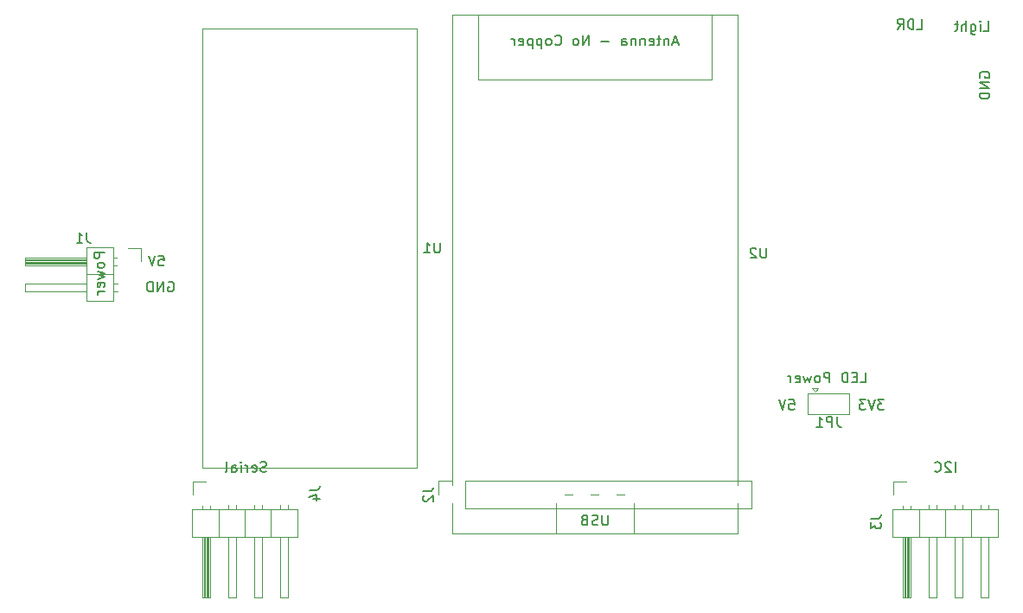
<source format=gbo>
%TF.GenerationSoftware,KiCad,Pcbnew,5.99.0+really5.1.10+dfsg1-1*%
%TF.CreationDate,2022-02-16T20:05:08+00:00*%
%TF.ProjectId,lcd,6c63642e-6b69-4636-9164-5f7063625858,rev?*%
%TF.SameCoordinates,Original*%
%TF.FileFunction,Legend,Bot*%
%TF.FilePolarity,Positive*%
%FSLAX46Y46*%
G04 Gerber Fmt 4.6, Leading zero omitted, Abs format (unit mm)*
G04 Created by KiCad (PCBNEW 5.99.0+really5.1.10+dfsg1-1) date 2022-02-16 20:05:08*
%MOMM*%
%LPD*%
G01*
G04 APERTURE LIST*
%ADD10C,0.150000*%
%ADD11C,0.120000*%
%ADD12C,1.500000*%
%ADD13C,1.524000*%
%ADD14C,0.800000*%
%ADD15C,6.400000*%
%ADD16R,1.700000X1.700000*%
%ADD17O,1.700000X1.700000*%
%ADD18R,1.000000X1.500000*%
G04 APERTURE END LIST*
D10*
X112600000Y-31538095D02*
X112552380Y-31442857D01*
X112552380Y-31300000D01*
X112600000Y-31157142D01*
X112695238Y-31061904D01*
X112790476Y-31014285D01*
X112980952Y-30966666D01*
X113123809Y-30966666D01*
X113314285Y-31014285D01*
X113409523Y-31061904D01*
X113504761Y-31157142D01*
X113552380Y-31300000D01*
X113552380Y-31395238D01*
X113504761Y-31538095D01*
X113457142Y-31585714D01*
X113123809Y-31585714D01*
X113123809Y-31395238D01*
X113552380Y-32014285D02*
X112552380Y-32014285D01*
X113552380Y-32585714D01*
X112552380Y-32585714D01*
X113552380Y-33061904D02*
X112552380Y-33061904D01*
X112552380Y-33300000D01*
X112600000Y-33442857D01*
X112695238Y-33538095D01*
X112790476Y-33585714D01*
X112980952Y-33633333D01*
X113123809Y-33633333D01*
X113314285Y-33585714D01*
X113409523Y-33538095D01*
X113504761Y-33442857D01*
X113552380Y-33300000D01*
X113552380Y-33061904D01*
X106440476Y-26802380D02*
X106916666Y-26802380D01*
X106916666Y-25802380D01*
X106107142Y-26802380D02*
X106107142Y-25802380D01*
X105869047Y-25802380D01*
X105726190Y-25850000D01*
X105630952Y-25945238D01*
X105583333Y-26040476D01*
X105535714Y-26230952D01*
X105535714Y-26373809D01*
X105583333Y-26564285D01*
X105630952Y-26659523D01*
X105726190Y-26754761D01*
X105869047Y-26802380D01*
X106107142Y-26802380D01*
X104535714Y-26802380D02*
X104869047Y-26326190D01*
X105107142Y-26802380D02*
X105107142Y-25802380D01*
X104726190Y-25802380D01*
X104630952Y-25850000D01*
X104583333Y-25897619D01*
X104535714Y-25992857D01*
X104535714Y-26135714D01*
X104583333Y-26230952D01*
X104630952Y-26278571D01*
X104726190Y-26326190D01*
X105107142Y-26326190D01*
X112969047Y-27002380D02*
X113445238Y-27002380D01*
X113445238Y-26002380D01*
X112635714Y-27002380D02*
X112635714Y-26335714D01*
X112635714Y-26002380D02*
X112683333Y-26050000D01*
X112635714Y-26097619D01*
X112588095Y-26050000D01*
X112635714Y-26002380D01*
X112635714Y-26097619D01*
X111730952Y-26335714D02*
X111730952Y-27145238D01*
X111778571Y-27240476D01*
X111826190Y-27288095D01*
X111921428Y-27335714D01*
X112064285Y-27335714D01*
X112159523Y-27288095D01*
X111730952Y-26954761D02*
X111826190Y-27002380D01*
X112016666Y-27002380D01*
X112111904Y-26954761D01*
X112159523Y-26907142D01*
X112207142Y-26811904D01*
X112207142Y-26526190D01*
X112159523Y-26430952D01*
X112111904Y-26383333D01*
X112016666Y-26335714D01*
X111826190Y-26335714D01*
X111730952Y-26383333D01*
X111254761Y-27002380D02*
X111254761Y-26002380D01*
X110826190Y-27002380D02*
X110826190Y-26478571D01*
X110873809Y-26383333D01*
X110969047Y-26335714D01*
X111111904Y-26335714D01*
X111207142Y-26383333D01*
X111254761Y-26430952D01*
X110492857Y-26335714D02*
X110111904Y-26335714D01*
X110350000Y-26002380D02*
X110350000Y-26859523D01*
X110302380Y-26954761D01*
X110207142Y-27002380D01*
X110111904Y-27002380D01*
X103219095Y-63079380D02*
X102600047Y-63079380D01*
X102933380Y-63460333D01*
X102790523Y-63460333D01*
X102695285Y-63507952D01*
X102647666Y-63555571D01*
X102600047Y-63650809D01*
X102600047Y-63888904D01*
X102647666Y-63984142D01*
X102695285Y-64031761D01*
X102790523Y-64079380D01*
X103076238Y-64079380D01*
X103171476Y-64031761D01*
X103219095Y-63984142D01*
X102314333Y-63079380D02*
X101981000Y-64079380D01*
X101647666Y-63079380D01*
X101409571Y-63079380D02*
X100790523Y-63079380D01*
X101123857Y-63460333D01*
X100981000Y-63460333D01*
X100885761Y-63507952D01*
X100838142Y-63555571D01*
X100790523Y-63650809D01*
X100790523Y-63888904D01*
X100838142Y-63984142D01*
X100885761Y-64031761D01*
X100981000Y-64079380D01*
X101266714Y-64079380D01*
X101361952Y-64031761D01*
X101409571Y-63984142D01*
X93916476Y-63079380D02*
X94392666Y-63079380D01*
X94440285Y-63555571D01*
X94392666Y-63507952D01*
X94297428Y-63460333D01*
X94059333Y-63460333D01*
X93964095Y-63507952D01*
X93916476Y-63555571D01*
X93868857Y-63650809D01*
X93868857Y-63888904D01*
X93916476Y-63984142D01*
X93964095Y-64031761D01*
X94059333Y-64079380D01*
X94297428Y-64079380D01*
X94392666Y-64031761D01*
X94440285Y-63984142D01*
X93583142Y-63079380D02*
X93249809Y-64079380D01*
X92916476Y-63079380D01*
X100901095Y-61412380D02*
X101377285Y-61412380D01*
X101377285Y-60412380D01*
X100567761Y-60888571D02*
X100234428Y-60888571D01*
X100091571Y-61412380D02*
X100567761Y-61412380D01*
X100567761Y-60412380D01*
X100091571Y-60412380D01*
X99663000Y-61412380D02*
X99663000Y-60412380D01*
X99424904Y-60412380D01*
X99282047Y-60460000D01*
X99186809Y-60555238D01*
X99139190Y-60650476D01*
X99091571Y-60840952D01*
X99091571Y-60983809D01*
X99139190Y-61174285D01*
X99186809Y-61269523D01*
X99282047Y-61364761D01*
X99424904Y-61412380D01*
X99663000Y-61412380D01*
X97901095Y-61412380D02*
X97901095Y-60412380D01*
X97520142Y-60412380D01*
X97424904Y-60460000D01*
X97377285Y-60507619D01*
X97329666Y-60602857D01*
X97329666Y-60745714D01*
X97377285Y-60840952D01*
X97424904Y-60888571D01*
X97520142Y-60936190D01*
X97901095Y-60936190D01*
X96758238Y-61412380D02*
X96853476Y-61364761D01*
X96901095Y-61317142D01*
X96948714Y-61221904D01*
X96948714Y-60936190D01*
X96901095Y-60840952D01*
X96853476Y-60793333D01*
X96758238Y-60745714D01*
X96615380Y-60745714D01*
X96520142Y-60793333D01*
X96472523Y-60840952D01*
X96424904Y-60936190D01*
X96424904Y-61221904D01*
X96472523Y-61317142D01*
X96520142Y-61364761D01*
X96615380Y-61412380D01*
X96758238Y-61412380D01*
X96091571Y-60745714D02*
X95901095Y-61412380D01*
X95710619Y-60936190D01*
X95520142Y-61412380D01*
X95329666Y-60745714D01*
X94567761Y-61364761D02*
X94663000Y-61412380D01*
X94853476Y-61412380D01*
X94948714Y-61364761D01*
X94996333Y-61269523D01*
X94996333Y-60888571D01*
X94948714Y-60793333D01*
X94853476Y-60745714D01*
X94663000Y-60745714D01*
X94567761Y-60793333D01*
X94520142Y-60888571D01*
X94520142Y-60983809D01*
X94996333Y-61079047D01*
X94091571Y-61412380D02*
X94091571Y-60745714D01*
X94091571Y-60936190D02*
X94043952Y-60840952D01*
X93996333Y-60793333D01*
X93901095Y-60745714D01*
X93805857Y-60745714D01*
X42743190Y-70127761D02*
X42600333Y-70175380D01*
X42362238Y-70175380D01*
X42267000Y-70127761D01*
X42219380Y-70080142D01*
X42171761Y-69984904D01*
X42171761Y-69889666D01*
X42219380Y-69794428D01*
X42267000Y-69746809D01*
X42362238Y-69699190D01*
X42552714Y-69651571D01*
X42647952Y-69603952D01*
X42695571Y-69556333D01*
X42743190Y-69461095D01*
X42743190Y-69365857D01*
X42695571Y-69270619D01*
X42647952Y-69223000D01*
X42552714Y-69175380D01*
X42314619Y-69175380D01*
X42171761Y-69223000D01*
X41362238Y-70127761D02*
X41457476Y-70175380D01*
X41647952Y-70175380D01*
X41743190Y-70127761D01*
X41790809Y-70032523D01*
X41790809Y-69651571D01*
X41743190Y-69556333D01*
X41647952Y-69508714D01*
X41457476Y-69508714D01*
X41362238Y-69556333D01*
X41314619Y-69651571D01*
X41314619Y-69746809D01*
X41790809Y-69842047D01*
X40886047Y-70175380D02*
X40886047Y-69508714D01*
X40886047Y-69699190D02*
X40838428Y-69603952D01*
X40790809Y-69556333D01*
X40695571Y-69508714D01*
X40600333Y-69508714D01*
X40267000Y-70175380D02*
X40267000Y-69508714D01*
X40267000Y-69175380D02*
X40314619Y-69223000D01*
X40267000Y-69270619D01*
X40219380Y-69223000D01*
X40267000Y-69175380D01*
X40267000Y-69270619D01*
X39362238Y-70175380D02*
X39362238Y-69651571D01*
X39409857Y-69556333D01*
X39505095Y-69508714D01*
X39695571Y-69508714D01*
X39790809Y-69556333D01*
X39362238Y-70127761D02*
X39457476Y-70175380D01*
X39695571Y-70175380D01*
X39790809Y-70127761D01*
X39838428Y-70032523D01*
X39838428Y-69937285D01*
X39790809Y-69842047D01*
X39695571Y-69794428D01*
X39457476Y-69794428D01*
X39362238Y-69746809D01*
X38743190Y-70175380D02*
X38838428Y-70127761D01*
X38886047Y-70032523D01*
X38886047Y-69175380D01*
X110196190Y-70175380D02*
X110196190Y-69175380D01*
X109767619Y-69270619D02*
X109720000Y-69223000D01*
X109624761Y-69175380D01*
X109386666Y-69175380D01*
X109291428Y-69223000D01*
X109243809Y-69270619D01*
X109196190Y-69365857D01*
X109196190Y-69461095D01*
X109243809Y-69603952D01*
X109815238Y-70175380D01*
X109196190Y-70175380D01*
X108196190Y-70080142D02*
X108243809Y-70127761D01*
X108386666Y-70175380D01*
X108481904Y-70175380D01*
X108624761Y-70127761D01*
X108720000Y-70032523D01*
X108767619Y-69937285D01*
X108815238Y-69746809D01*
X108815238Y-69603952D01*
X108767619Y-69413476D01*
X108720000Y-69318238D01*
X108624761Y-69223000D01*
X108481904Y-69175380D01*
X108386666Y-69175380D01*
X108243809Y-69223000D01*
X108196190Y-69270619D01*
X26868380Y-48696809D02*
X25868380Y-48696809D01*
X25868380Y-49077761D01*
X25916000Y-49173000D01*
X25963619Y-49220619D01*
X26058857Y-49268238D01*
X26201714Y-49268238D01*
X26296952Y-49220619D01*
X26344571Y-49173000D01*
X26392190Y-49077761D01*
X26392190Y-48696809D01*
X26868380Y-49839666D02*
X26820761Y-49744428D01*
X26773142Y-49696809D01*
X26677904Y-49649190D01*
X26392190Y-49649190D01*
X26296952Y-49696809D01*
X26249333Y-49744428D01*
X26201714Y-49839666D01*
X26201714Y-49982523D01*
X26249333Y-50077761D01*
X26296952Y-50125380D01*
X26392190Y-50173000D01*
X26677904Y-50173000D01*
X26773142Y-50125380D01*
X26820761Y-50077761D01*
X26868380Y-49982523D01*
X26868380Y-49839666D01*
X26201714Y-50506333D02*
X26868380Y-50696809D01*
X26392190Y-50887285D01*
X26868380Y-51077761D01*
X26201714Y-51268238D01*
X26820761Y-52030142D02*
X26868380Y-51934904D01*
X26868380Y-51744428D01*
X26820761Y-51649190D01*
X26725523Y-51601571D01*
X26344571Y-51601571D01*
X26249333Y-51649190D01*
X26201714Y-51744428D01*
X26201714Y-51934904D01*
X26249333Y-52030142D01*
X26344571Y-52077761D01*
X26439809Y-52077761D01*
X26535047Y-51601571D01*
X26868380Y-52506333D02*
X26201714Y-52506333D01*
X26392190Y-52506333D02*
X26296952Y-52553952D01*
X26249333Y-52601571D01*
X26201714Y-52696809D01*
X26201714Y-52792047D01*
X33146904Y-51570000D02*
X33242142Y-51522380D01*
X33385000Y-51522380D01*
X33527857Y-51570000D01*
X33623095Y-51665238D01*
X33670714Y-51760476D01*
X33718333Y-51950952D01*
X33718333Y-52093809D01*
X33670714Y-52284285D01*
X33623095Y-52379523D01*
X33527857Y-52474761D01*
X33385000Y-52522380D01*
X33289761Y-52522380D01*
X33146904Y-52474761D01*
X33099285Y-52427142D01*
X33099285Y-52093809D01*
X33289761Y-52093809D01*
X32670714Y-52522380D02*
X32670714Y-51522380D01*
X32099285Y-52522380D01*
X32099285Y-51522380D01*
X31623095Y-52522380D02*
X31623095Y-51522380D01*
X31385000Y-51522380D01*
X31242142Y-51570000D01*
X31146904Y-51665238D01*
X31099285Y-51760476D01*
X31051666Y-51950952D01*
X31051666Y-52093809D01*
X31099285Y-52284285D01*
X31146904Y-52379523D01*
X31242142Y-52474761D01*
X31385000Y-52522380D01*
X31623095Y-52522380D01*
X32194476Y-48982380D02*
X32670666Y-48982380D01*
X32718285Y-49458571D01*
X32670666Y-49410952D01*
X32575428Y-49363333D01*
X32337333Y-49363333D01*
X32242095Y-49410952D01*
X32194476Y-49458571D01*
X32146857Y-49553809D01*
X32146857Y-49791904D01*
X32194476Y-49887142D01*
X32242095Y-49934761D01*
X32337333Y-49982380D01*
X32575428Y-49982380D01*
X32670666Y-49934761D01*
X32718285Y-49887142D01*
X31861142Y-48982380D02*
X31527809Y-49982380D01*
X31194476Y-48982380D01*
D11*
%TO.C,U2*%
X78740000Y-72390000D02*
X78740000Y-76200000D01*
X71120000Y-72390000D02*
X78740000Y-72390000D01*
X71120000Y-76200000D02*
X71120000Y-72390000D01*
X63500000Y-31750000D02*
X63500000Y-25400000D01*
X86360000Y-31750000D02*
X63500000Y-31750000D01*
X86360000Y-25400000D02*
X86360000Y-31750000D01*
X60960000Y-25400000D02*
X60960000Y-76200000D01*
X88900000Y-25400000D02*
X60960000Y-25400000D01*
X88900000Y-76200000D02*
X88900000Y-25400000D01*
X60960000Y-76200000D02*
X88900000Y-76200000D01*
%TO.C,U1*%
X36490000Y-26760000D02*
X36490000Y-69760000D01*
X36490000Y-69760000D02*
X57490000Y-69760000D01*
X57490000Y-69760000D02*
X57490000Y-26760000D01*
X57490000Y-26760000D02*
X36490000Y-26760000D01*
%TO.C,J2*%
X59630000Y-71060000D02*
X59630000Y-72390000D01*
X60960000Y-71060000D02*
X59630000Y-71060000D01*
X62230000Y-71060000D02*
X62230000Y-73720000D01*
X62230000Y-73720000D02*
X90230000Y-73720000D01*
X62230000Y-71060000D02*
X90230000Y-71060000D01*
X90230000Y-71060000D02*
X90230000Y-73720000D01*
%TO.C,J3*%
X104080000Y-73830000D02*
X114360000Y-73830000D01*
X114360000Y-73830000D02*
X114360000Y-76490000D01*
X114360000Y-76490000D02*
X104080000Y-76490000D01*
X104080000Y-76490000D02*
X104080000Y-73830000D01*
X105030000Y-76490000D02*
X105030000Y-82490000D01*
X105030000Y-82490000D02*
X105790000Y-82490000D01*
X105790000Y-82490000D02*
X105790000Y-76490000D01*
X105090000Y-76490000D02*
X105090000Y-82490000D01*
X105210000Y-76490000D02*
X105210000Y-82490000D01*
X105330000Y-76490000D02*
X105330000Y-82490000D01*
X105450000Y-76490000D02*
X105450000Y-82490000D01*
X105570000Y-76490000D02*
X105570000Y-82490000D01*
X105690000Y-76490000D02*
X105690000Y-82490000D01*
X105030000Y-73500000D02*
X105030000Y-73830000D01*
X105790000Y-73500000D02*
X105790000Y-73830000D01*
X106680000Y-73830000D02*
X106680000Y-76490000D01*
X107570000Y-76490000D02*
X107570000Y-82490000D01*
X107570000Y-82490000D02*
X108330000Y-82490000D01*
X108330000Y-82490000D02*
X108330000Y-76490000D01*
X107570000Y-73432929D02*
X107570000Y-73830000D01*
X108330000Y-73432929D02*
X108330000Y-73830000D01*
X109220000Y-73830000D02*
X109220000Y-76490000D01*
X110110000Y-76490000D02*
X110110000Y-82490000D01*
X110110000Y-82490000D02*
X110870000Y-82490000D01*
X110870000Y-82490000D02*
X110870000Y-76490000D01*
X110110000Y-73432929D02*
X110110000Y-73830000D01*
X110870000Y-73432929D02*
X110870000Y-73830000D01*
X111760000Y-73830000D02*
X111760000Y-76490000D01*
X112650000Y-76490000D02*
X112650000Y-82490000D01*
X112650000Y-82490000D02*
X113410000Y-82490000D01*
X113410000Y-82490000D02*
X113410000Y-76490000D01*
X112650000Y-73432929D02*
X112650000Y-73830000D01*
X113410000Y-73432929D02*
X113410000Y-73830000D01*
X105410000Y-71120000D02*
X104140000Y-71120000D01*
X104140000Y-71120000D02*
X104140000Y-72390000D01*
%TO.C,J4*%
X35560000Y-71120000D02*
X35560000Y-72390000D01*
X36830000Y-71120000D02*
X35560000Y-71120000D01*
X44830000Y-73432929D02*
X44830000Y-73830000D01*
X44070000Y-73432929D02*
X44070000Y-73830000D01*
X44830000Y-82490000D02*
X44830000Y-76490000D01*
X44070000Y-82490000D02*
X44830000Y-82490000D01*
X44070000Y-76490000D02*
X44070000Y-82490000D01*
X43180000Y-73830000D02*
X43180000Y-76490000D01*
X42290000Y-73432929D02*
X42290000Y-73830000D01*
X41530000Y-73432929D02*
X41530000Y-73830000D01*
X42290000Y-82490000D02*
X42290000Y-76490000D01*
X41530000Y-82490000D02*
X42290000Y-82490000D01*
X41530000Y-76490000D02*
X41530000Y-82490000D01*
X40640000Y-73830000D02*
X40640000Y-76490000D01*
X39750000Y-73432929D02*
X39750000Y-73830000D01*
X38990000Y-73432929D02*
X38990000Y-73830000D01*
X39750000Y-82490000D02*
X39750000Y-76490000D01*
X38990000Y-82490000D02*
X39750000Y-82490000D01*
X38990000Y-76490000D02*
X38990000Y-82490000D01*
X38100000Y-73830000D02*
X38100000Y-76490000D01*
X37210000Y-73500000D02*
X37210000Y-73830000D01*
X36450000Y-73500000D02*
X36450000Y-73830000D01*
X37110000Y-76490000D02*
X37110000Y-82490000D01*
X36990000Y-76490000D02*
X36990000Y-82490000D01*
X36870000Y-76490000D02*
X36870000Y-82490000D01*
X36750000Y-76490000D02*
X36750000Y-82490000D01*
X36630000Y-76490000D02*
X36630000Y-82490000D01*
X36510000Y-76490000D02*
X36510000Y-82490000D01*
X37210000Y-82490000D02*
X37210000Y-76490000D01*
X36450000Y-82490000D02*
X37210000Y-82490000D01*
X36450000Y-76490000D02*
X36450000Y-82490000D01*
X35500000Y-76490000D02*
X35500000Y-73830000D01*
X45780000Y-76490000D02*
X35500000Y-76490000D01*
X45780000Y-73830000D02*
X45780000Y-76490000D01*
X35500000Y-73830000D02*
X45780000Y-73830000D01*
%TO.C,JP1*%
X95740000Y-64500000D02*
X99840000Y-64500000D01*
X99840000Y-64500000D02*
X99840000Y-62500000D01*
X99840000Y-62500000D02*
X95740000Y-62500000D01*
X95740000Y-62500000D02*
X95740000Y-64500000D01*
X96490000Y-62300000D02*
X96190000Y-62000000D01*
X96190000Y-62000000D02*
X96790000Y-62000000D01*
X96490000Y-62300000D02*
X96790000Y-62000000D01*
%TO.C,J1*%
X27770000Y-48200000D02*
X27770000Y-53400000D01*
X27770000Y-53400000D02*
X25110000Y-53400000D01*
X25110000Y-53400000D02*
X25110000Y-48200000D01*
X25110000Y-48200000D02*
X27770000Y-48200000D01*
X25110000Y-49150000D02*
X19110000Y-49150000D01*
X19110000Y-49150000D02*
X19110000Y-49910000D01*
X19110000Y-49910000D02*
X25110000Y-49910000D01*
X25110000Y-49210000D02*
X19110000Y-49210000D01*
X25110000Y-49330000D02*
X19110000Y-49330000D01*
X25110000Y-49450000D02*
X19110000Y-49450000D01*
X25110000Y-49570000D02*
X19110000Y-49570000D01*
X25110000Y-49690000D02*
X19110000Y-49690000D01*
X25110000Y-49810000D02*
X19110000Y-49810000D01*
X28100000Y-49150000D02*
X27770000Y-49150000D01*
X28100000Y-49910000D02*
X27770000Y-49910000D01*
X27770000Y-50800000D02*
X25110000Y-50800000D01*
X25110000Y-51690000D02*
X19110000Y-51690000D01*
X19110000Y-51690000D02*
X19110000Y-52450000D01*
X19110000Y-52450000D02*
X25110000Y-52450000D01*
X28167071Y-51690000D02*
X27770000Y-51690000D01*
X28167071Y-52450000D02*
X27770000Y-52450000D01*
X30480000Y-49530000D02*
X30480000Y-48260000D01*
X30480000Y-48260000D02*
X29210000Y-48260000D01*
%TO.C,U2*%
D10*
X91693904Y-48220380D02*
X91693904Y-49029904D01*
X91646285Y-49125142D01*
X91598666Y-49172761D01*
X91503428Y-49220380D01*
X91312952Y-49220380D01*
X91217714Y-49172761D01*
X91170095Y-49125142D01*
X91122476Y-49029904D01*
X91122476Y-48220380D01*
X90693904Y-48315619D02*
X90646285Y-48268000D01*
X90551047Y-48220380D01*
X90312952Y-48220380D01*
X90217714Y-48268000D01*
X90170095Y-48315619D01*
X90122476Y-48410857D01*
X90122476Y-48506095D01*
X90170095Y-48648952D01*
X90741523Y-49220380D01*
X90122476Y-49220380D01*
X83025238Y-28106666D02*
X82549047Y-28106666D01*
X83120476Y-28392380D02*
X82787142Y-27392380D01*
X82453809Y-28392380D01*
X82120476Y-27725714D02*
X82120476Y-28392380D01*
X82120476Y-27820952D02*
X82072857Y-27773333D01*
X81977619Y-27725714D01*
X81834761Y-27725714D01*
X81739523Y-27773333D01*
X81691904Y-27868571D01*
X81691904Y-28392380D01*
X81358571Y-27725714D02*
X80977619Y-27725714D01*
X81215714Y-27392380D02*
X81215714Y-28249523D01*
X81168095Y-28344761D01*
X81072857Y-28392380D01*
X80977619Y-28392380D01*
X80263333Y-28344761D02*
X80358571Y-28392380D01*
X80549047Y-28392380D01*
X80644285Y-28344761D01*
X80691904Y-28249523D01*
X80691904Y-27868571D01*
X80644285Y-27773333D01*
X80549047Y-27725714D01*
X80358571Y-27725714D01*
X80263333Y-27773333D01*
X80215714Y-27868571D01*
X80215714Y-27963809D01*
X80691904Y-28059047D01*
X79787142Y-27725714D02*
X79787142Y-28392380D01*
X79787142Y-27820952D02*
X79739523Y-27773333D01*
X79644285Y-27725714D01*
X79501428Y-27725714D01*
X79406190Y-27773333D01*
X79358571Y-27868571D01*
X79358571Y-28392380D01*
X78882380Y-27725714D02*
X78882380Y-28392380D01*
X78882380Y-27820952D02*
X78834761Y-27773333D01*
X78739523Y-27725714D01*
X78596666Y-27725714D01*
X78501428Y-27773333D01*
X78453809Y-27868571D01*
X78453809Y-28392380D01*
X77549047Y-28392380D02*
X77549047Y-27868571D01*
X77596666Y-27773333D01*
X77691904Y-27725714D01*
X77882380Y-27725714D01*
X77977619Y-27773333D01*
X77549047Y-28344761D02*
X77644285Y-28392380D01*
X77882380Y-28392380D01*
X77977619Y-28344761D01*
X78025238Y-28249523D01*
X78025238Y-28154285D01*
X77977619Y-28059047D01*
X77882380Y-28011428D01*
X77644285Y-28011428D01*
X77549047Y-27963809D01*
X76310952Y-28011428D02*
X75549047Y-28011428D01*
X74310952Y-28392380D02*
X74310952Y-27392380D01*
X73739523Y-28392380D01*
X73739523Y-27392380D01*
X73120476Y-28392380D02*
X73215714Y-28344761D01*
X73263333Y-28297142D01*
X73310952Y-28201904D01*
X73310952Y-27916190D01*
X73263333Y-27820952D01*
X73215714Y-27773333D01*
X73120476Y-27725714D01*
X72977619Y-27725714D01*
X72882380Y-27773333D01*
X72834761Y-27820952D01*
X72787142Y-27916190D01*
X72787142Y-28201904D01*
X72834761Y-28297142D01*
X72882380Y-28344761D01*
X72977619Y-28392380D01*
X73120476Y-28392380D01*
X71025238Y-28297142D02*
X71072857Y-28344761D01*
X71215714Y-28392380D01*
X71310952Y-28392380D01*
X71453809Y-28344761D01*
X71549047Y-28249523D01*
X71596666Y-28154285D01*
X71644285Y-27963809D01*
X71644285Y-27820952D01*
X71596666Y-27630476D01*
X71549047Y-27535238D01*
X71453809Y-27440000D01*
X71310952Y-27392380D01*
X71215714Y-27392380D01*
X71072857Y-27440000D01*
X71025238Y-27487619D01*
X70453809Y-28392380D02*
X70549047Y-28344761D01*
X70596666Y-28297142D01*
X70644285Y-28201904D01*
X70644285Y-27916190D01*
X70596666Y-27820952D01*
X70549047Y-27773333D01*
X70453809Y-27725714D01*
X70310952Y-27725714D01*
X70215714Y-27773333D01*
X70168095Y-27820952D01*
X70120476Y-27916190D01*
X70120476Y-28201904D01*
X70168095Y-28297142D01*
X70215714Y-28344761D01*
X70310952Y-28392380D01*
X70453809Y-28392380D01*
X69691904Y-27725714D02*
X69691904Y-28725714D01*
X69691904Y-27773333D02*
X69596666Y-27725714D01*
X69406190Y-27725714D01*
X69310952Y-27773333D01*
X69263333Y-27820952D01*
X69215714Y-27916190D01*
X69215714Y-28201904D01*
X69263333Y-28297142D01*
X69310952Y-28344761D01*
X69406190Y-28392380D01*
X69596666Y-28392380D01*
X69691904Y-28344761D01*
X68787142Y-27725714D02*
X68787142Y-28725714D01*
X68787142Y-27773333D02*
X68691904Y-27725714D01*
X68501428Y-27725714D01*
X68406190Y-27773333D01*
X68358571Y-27820952D01*
X68310952Y-27916190D01*
X68310952Y-28201904D01*
X68358571Y-28297142D01*
X68406190Y-28344761D01*
X68501428Y-28392380D01*
X68691904Y-28392380D01*
X68787142Y-28344761D01*
X67501428Y-28344761D02*
X67596666Y-28392380D01*
X67787142Y-28392380D01*
X67882380Y-28344761D01*
X67930000Y-28249523D01*
X67930000Y-27868571D01*
X67882380Y-27773333D01*
X67787142Y-27725714D01*
X67596666Y-27725714D01*
X67501428Y-27773333D01*
X67453809Y-27868571D01*
X67453809Y-27963809D01*
X67930000Y-28059047D01*
X67025238Y-28392380D02*
X67025238Y-27725714D01*
X67025238Y-27916190D02*
X66977619Y-27820952D01*
X66930000Y-27773333D01*
X66834761Y-27725714D01*
X66739523Y-27725714D01*
X76191904Y-74382380D02*
X76191904Y-75191904D01*
X76144285Y-75287142D01*
X76096666Y-75334761D01*
X76001428Y-75382380D01*
X75810952Y-75382380D01*
X75715714Y-75334761D01*
X75668095Y-75287142D01*
X75620476Y-75191904D01*
X75620476Y-74382380D01*
X75191904Y-75334761D02*
X75049047Y-75382380D01*
X74810952Y-75382380D01*
X74715714Y-75334761D01*
X74668095Y-75287142D01*
X74620476Y-75191904D01*
X74620476Y-75096666D01*
X74668095Y-75001428D01*
X74715714Y-74953809D01*
X74810952Y-74906190D01*
X75001428Y-74858571D01*
X75096666Y-74810952D01*
X75144285Y-74763333D01*
X75191904Y-74668095D01*
X75191904Y-74572857D01*
X75144285Y-74477619D01*
X75096666Y-74430000D01*
X75001428Y-74382380D01*
X74763333Y-74382380D01*
X74620476Y-74430000D01*
X73858571Y-74858571D02*
X73715714Y-74906190D01*
X73668095Y-74953809D01*
X73620476Y-75049047D01*
X73620476Y-75191904D01*
X73668095Y-75287142D01*
X73715714Y-75334761D01*
X73810952Y-75382380D01*
X74191904Y-75382380D01*
X74191904Y-74382380D01*
X73858571Y-74382380D01*
X73763333Y-74430000D01*
X73715714Y-74477619D01*
X73668095Y-74572857D01*
X73668095Y-74668095D01*
X73715714Y-74763333D01*
X73763333Y-74810952D01*
X73858571Y-74858571D01*
X74191904Y-74858571D01*
%TO.C,U1*%
X59751904Y-47712380D02*
X59751904Y-48521904D01*
X59704285Y-48617142D01*
X59656666Y-48664761D01*
X59561428Y-48712380D01*
X59370952Y-48712380D01*
X59275714Y-48664761D01*
X59228095Y-48617142D01*
X59180476Y-48521904D01*
X59180476Y-47712380D01*
X58180476Y-48712380D02*
X58751904Y-48712380D01*
X58466190Y-48712380D02*
X58466190Y-47712380D01*
X58561428Y-47855238D01*
X58656666Y-47950476D01*
X58751904Y-47998095D01*
%TO.C,J2*%
X58082380Y-72056666D02*
X58796666Y-72056666D01*
X58939523Y-72009047D01*
X59034761Y-71913809D01*
X59082380Y-71770952D01*
X59082380Y-71675714D01*
X58177619Y-72485238D02*
X58130000Y-72532857D01*
X58082380Y-72628095D01*
X58082380Y-72866190D01*
X58130000Y-72961428D01*
X58177619Y-73009047D01*
X58272857Y-73056666D01*
X58368095Y-73056666D01*
X58510952Y-73009047D01*
X59082380Y-72437619D01*
X59082380Y-73056666D01*
%TO.C,J3*%
X101941380Y-74723666D02*
X102655666Y-74723666D01*
X102798523Y-74676047D01*
X102893761Y-74580809D01*
X102941380Y-74437952D01*
X102941380Y-74342714D01*
X101941380Y-75104619D02*
X101941380Y-75723666D01*
X102322333Y-75390333D01*
X102322333Y-75533190D01*
X102369952Y-75628428D01*
X102417571Y-75676047D01*
X102512809Y-75723666D01*
X102750904Y-75723666D01*
X102846142Y-75676047D01*
X102893761Y-75628428D01*
X102941380Y-75533190D01*
X102941380Y-75247476D01*
X102893761Y-75152238D01*
X102846142Y-75104619D01*
%TO.C,J4*%
X46950380Y-71929666D02*
X47664666Y-71929666D01*
X47807523Y-71882047D01*
X47902761Y-71786809D01*
X47950380Y-71643952D01*
X47950380Y-71548714D01*
X47283714Y-72834428D02*
X47950380Y-72834428D01*
X46902761Y-72596333D02*
X47617047Y-72358238D01*
X47617047Y-72977285D01*
%TO.C,JP1*%
X98623333Y-64752380D02*
X98623333Y-65466666D01*
X98670952Y-65609523D01*
X98766190Y-65704761D01*
X98909047Y-65752380D01*
X99004285Y-65752380D01*
X98147142Y-65752380D02*
X98147142Y-64752380D01*
X97766190Y-64752380D01*
X97670952Y-64800000D01*
X97623333Y-64847619D01*
X97575714Y-64942857D01*
X97575714Y-65085714D01*
X97623333Y-65180952D01*
X97670952Y-65228571D01*
X97766190Y-65276190D01*
X98147142Y-65276190D01*
X96623333Y-65752380D02*
X97194761Y-65752380D01*
X96909047Y-65752380D02*
X96909047Y-64752380D01*
X97004285Y-64895238D01*
X97099523Y-64990476D01*
X97194761Y-65038095D01*
%TO.C,J1*%
X25158333Y-46712380D02*
X25158333Y-47426666D01*
X25205952Y-47569523D01*
X25301190Y-47664761D01*
X25444047Y-47712380D01*
X25539285Y-47712380D01*
X24158333Y-47712380D02*
X24729761Y-47712380D01*
X24444047Y-47712380D02*
X24444047Y-46712380D01*
X24539285Y-46855238D01*
X24634523Y-46950476D01*
X24729761Y-46998095D01*
%TD*%
%LPC*%
D12*
%TO.C,R2*%
X107500000Y-28900000D03*
X104100000Y-28900000D03*
%TD*%
D13*
%TO.C,U2*%
X87630000Y-48260000D03*
X87630000Y-45720000D03*
X87630000Y-43180000D03*
X87630000Y-40640000D03*
X87630000Y-38100000D03*
X87630000Y-35560000D03*
X87630000Y-33020000D03*
X87630000Y-50800000D03*
X87630000Y-53340000D03*
X87630000Y-55880000D03*
X87630000Y-58420000D03*
X87630000Y-60960000D03*
X87630000Y-63500000D03*
X87630000Y-30480000D03*
X87630000Y-66040000D03*
X62230000Y-66040000D03*
X62230000Y-63500000D03*
X62230000Y-60960000D03*
X62230000Y-58420000D03*
X62230000Y-55880000D03*
X62230000Y-53340000D03*
X62230000Y-50800000D03*
X62230000Y-48260000D03*
X62230000Y-45720000D03*
X62230000Y-43180000D03*
X62230000Y-40640000D03*
X62230000Y-38100000D03*
X62230000Y-35560000D03*
X62230000Y-33020000D03*
X62230000Y-30480000D03*
%TD*%
%TO.C,U3*%
X114730000Y-40260000D03*
X114730000Y-42260000D03*
X114730000Y-44260000D03*
X114730000Y-46260000D03*
X114730000Y-48260000D03*
X114730000Y-50260000D03*
X114730000Y-52260000D03*
X114730000Y-54260000D03*
X114730000Y-56260000D03*
X35130000Y-40260000D03*
X35130000Y-42260000D03*
X35130000Y-44260000D03*
X35130000Y-46260000D03*
X35130000Y-48260000D03*
X35130000Y-50260000D03*
X35130000Y-52260000D03*
X35130000Y-54260000D03*
X35130000Y-56260000D03*
%TD*%
%TO.C,U1*%
X38240000Y-28260000D03*
X38240000Y-68260000D03*
X55740000Y-28260000D03*
X55740000Y-68260000D03*
%TD*%
D14*
%TO.C,REF\u002A\u002A*%
X32177056Y-69422944D03*
X30480000Y-68720000D03*
X28782944Y-69422944D03*
X28080000Y-71120000D03*
X28782944Y-72817056D03*
X30480000Y-73520000D03*
X32177056Y-72817056D03*
X32880000Y-71120000D03*
D15*
X30480000Y-71120000D03*
%TD*%
D14*
%TO.C,REF\u002A\u002A*%
X32177056Y-28782944D03*
X30480000Y-28080000D03*
X28782944Y-28782944D03*
X28080000Y-30480000D03*
X28782944Y-32177056D03*
X30480000Y-32880000D03*
X32177056Y-32177056D03*
X32880000Y-30480000D03*
D15*
X30480000Y-30480000D03*
%TD*%
D14*
%TO.C,REF\u002A\u002A*%
X121077056Y-28782944D03*
X119380000Y-28080000D03*
X117682944Y-28782944D03*
X116980000Y-30480000D03*
X117682944Y-32177056D03*
X119380000Y-32880000D03*
X121077056Y-32177056D03*
X121780000Y-30480000D03*
D15*
X119380000Y-30480000D03*
%TD*%
D14*
%TO.C,REF\u002A\u002A*%
X121077056Y-69422944D03*
X119380000Y-68720000D03*
X117682944Y-69422944D03*
X116980000Y-71120000D03*
X117682944Y-72817056D03*
X119380000Y-73520000D03*
X121077056Y-72817056D03*
X121780000Y-71120000D03*
D15*
X119380000Y-71120000D03*
%TD*%
D16*
%TO.C,J2*%
X60960000Y-72390000D03*
D17*
X63500000Y-72390000D03*
X66040000Y-72390000D03*
X68580000Y-72390000D03*
X71120000Y-72390000D03*
X73660000Y-72390000D03*
X76200000Y-72390000D03*
X78740000Y-72390000D03*
X81280000Y-72390000D03*
X83820000Y-72390000D03*
X86360000Y-72390000D03*
X88900000Y-72390000D03*
%TD*%
%TO.C,J3*%
X113030000Y-72390000D03*
X110490000Y-72390000D03*
X107950000Y-72390000D03*
D16*
X105410000Y-72390000D03*
%TD*%
%TO.C,J4*%
X36830000Y-72390000D03*
D17*
X39370000Y-72390000D03*
X41910000Y-72390000D03*
X44450000Y-72390000D03*
%TD*%
D18*
%TO.C,JP1*%
X96490000Y-63500000D03*
X99090000Y-63500000D03*
X97790000Y-63500000D03*
%TD*%
D16*
%TO.C,J1*%
X29210000Y-49530000D03*
D17*
X29210000Y-52070000D03*
%TD*%
D16*
%TO.C,J5*%
X110560000Y-28900000D03*
D17*
X113100000Y-28900000D03*
%TD*%
M02*

</source>
